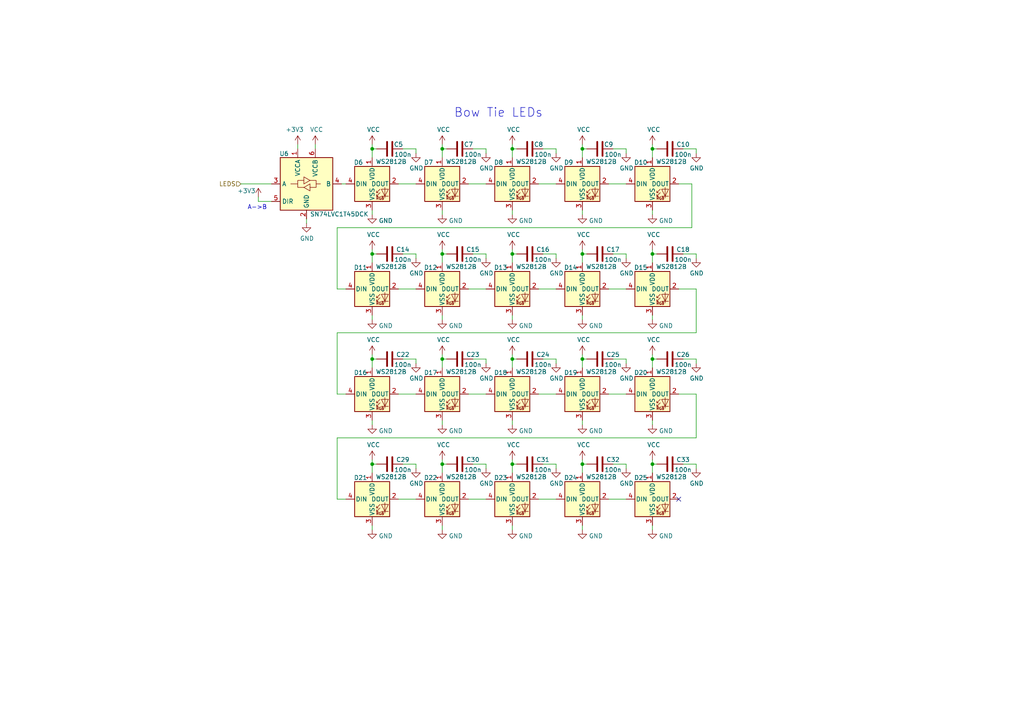
<source format=kicad_sch>
(kicad_sch (version 20210126) (generator eeschema)
  (paper "A4")
  (title_block (title "Blinky Bowtie") (date "2021-02-22") (rev "0.1") (company "Josh Johnson"))
  (lib_symbols
    (symbol "Device:C" (pin_numbers hide) (pin_names (offset 0.254))
      (property "Reference" "C" (at 0.635 2.54 0))
      (property "Value" "C" (at 0.635 -2.54 0))
      (symbol "C_0_1"
        (polyline (pts (xy -2.032 -0.762) (xy 2.032 -0.762)) (stroke (width 0.508)))
        (polyline (pts (xy -2.032 0.762) (xy 2.032 0.762)) (stroke (width 0.508)))
      )
      (symbol "C_1_1"
        (pin passive line (at 0 3.81 270) (length 2.794) (name "~") (number "1"))
        (pin passive line (at 0 -3.81 90) (length 2.794) (name "~") (number "2"))
      )
    )
    (symbol "LED:WS2812B" (pin_names (offset 0.254))
      (property "Reference" "D" (at 5.08 5.715 0))
      (property "Value" "WS2812B" (at 1.27 -5.715 0))
      (symbol "WS2812B_0_0"
        (text "RGB" (at 2.286 -4.191 0) (effects (font (size 0.762 0.762))))
      )
      (symbol "WS2812B_0_1"
        (rectangle (start 5.08 5.08) (end -5.08 -5.08) (stroke (width 0.254)) (fill (type background)))
        (polyline (pts (xy 1.27 -3.556) (xy 1.778 -3.556)))
        (polyline (pts (xy 1.27 -2.54) (xy 1.778 -2.54)))
        (polyline (pts (xy 4.699 -3.556) (xy 2.667 -3.556)))
        (polyline (pts (xy 2.286 -2.54) (xy 1.27 -3.556) (xy 1.27 -3.048)))
        (polyline (pts (xy 2.286 -1.524) (xy 1.27 -2.54) (xy 1.27 -2.032)))
        (polyline (pts (xy 3.683 -1.016) (xy 3.683 -3.556) (xy 3.683 -4.064)))
        (polyline (pts (xy 4.699 -1.524) (xy 2.667 -1.524) (xy 3.683 -3.556) (xy 4.699 -1.524)))
      )
      (symbol "WS2812B_1_1"
        (pin power_in line (at 0 7.62 270) (length 2.54) (name "VDD") (number "1"))
        (pin output line (at 7.62 0 180) (length 2.54) (name "DOUT") (number "2"))
        (pin power_in line (at 0 -7.62 90) (length 2.54) (name "VSS") (number "3"))
        (pin input line (at -7.62 0 0) (length 2.54) (name "DIN") (number "4"))
      )
    )
    (symbol "Logic_LevelTranslator:SN74LVC1T45DCK"
      (property "Reference" "U" (at -6.35 8.89 0))
      (property "Value" "SN74LVC1T45DCK" (at 3.81 8.89 0))
      (symbol "SN74LVC1T45DCK_0_1"
        (rectangle (start -7.62 7.62) (end 7.62 -7.62) (stroke (width 0.254)) (fill (type background)))
        (polyline (pts (xy -2.54 0) (xy -2.54 1.016) (xy -0.762 1.016)))
        (polyline (pts (xy 2.794 0) (xy 2.794 -1.016) (xy 1.016 -1.016)))
        (polyline (pts (xy -0.762 -1.016) (xy -2.54 -1.016) (xy -2.54 0) (xy -4.572 0)))
        (polyline (pts (xy -0.762 0) (xy -0.762 2.032) (xy 1.016 1.016) (xy -0.762 0)))
        (polyline (pts (xy 1.016 1.016) (xy 2.794 1.016) (xy 2.794 0) (xy 4.064 0)))
        (polyline (pts (xy 1.016 0) (xy 1.016 -1.778) (xy 1.016 -2.032) (xy -0.762 -1.016) (xy 1.016 0)))
      )
      (symbol "SN74LVC1T45DCK_1_1"
        (pin power_in line (at -2.54 10.16 270) (length 2.54) (name "VCCA") (number "1"))
        (pin power_in line (at 0 -10.16 90) (length 2.54) (name "GND") (number "2"))
        (pin bidirectional line (at -10.16 0 0) (length 2.54) (name "A") (number "3"))
        (pin bidirectional line (at 10.16 0 180) (length 2.54) (name "B") (number "4"))
        (pin input line (at -10.16 -5.08 0) (length 2.54) (name "DIR") (number "5"))
        (pin power_in line (at 2.54 10.16 270) (length 2.54) (name "VCCB") (number "6"))
      )
    )
    (symbol "power:+3V3" (power) (pin_names (offset 0))
      (property "Value" "+3V3" (at 0 3.556 0))
      (symbol "+3V3_0_1"
        (polyline (pts (xy -0.762 1.27) (xy 0 2.54)))
        (polyline (pts (xy 0 0) (xy 0 2.54)))
        (polyline (pts (xy 0 2.54) (xy 0.762 1.27)))
      )
      (symbol "+3V3_1_1"
        (pin power_in line (at 0 0 90) (length 0) hide (name "+3V3") (number "1"))
      )
    )
    (symbol "power:GND" (power) (pin_names (offset 0))
      (property "Value" "GND" (at 0 -3.81 0))
      (symbol "GND_0_1"
        (polyline (pts (xy 0 0) (xy 0 -1.27) (xy 1.27 -1.27) (xy 0 -2.54) (xy -1.27 -1.27) (xy 0 -1.27)))
      )
      (symbol "GND_1_1"
        (pin power_in line (at 0 0 270) (length 0) hide (name "GND") (number "1"))
      )
    )
    (symbol "power:VCC" (power) (pin_names (offset 0))
      (property "Value" "VCC" (at 0 3.81 0))
      (symbol "VCC_0_1"
        (polyline (pts (xy -0.762 1.27) (xy 0 2.54)))
        (polyline (pts (xy 0 0) (xy 0 2.54)))
        (polyline (pts (xy 0 2.54) (xy 0.762 1.27)))
      )
      (symbol "VCC_1_1"
        (pin power_in line (at 0 0 90) (length 0) hide (name "VCC") (number "1"))
      )
    )
  )
  (junction (at 107.95 43.18) (diameter 0.9144))
  (junction (at 107.95 73.66) (diameter 0.9144))
  (junction (at 107.95 104.14) (diameter 0.9144))
  (junction (at 107.95 134.62) (diameter 0.9144))
  (junction (at 128.27 43.18) (diameter 0.9144))
  (junction (at 128.27 73.66) (diameter 0.9144))
  (junction (at 128.27 104.14) (diameter 0.9144))
  (junction (at 128.27 134.62) (diameter 0.9144))
  (junction (at 148.59 43.18) (diameter 0.9144))
  (junction (at 148.59 73.66) (diameter 0.9144))
  (junction (at 148.59 104.14) (diameter 0.9144))
  (junction (at 148.59 134.62) (diameter 0.9144))
  (junction (at 168.91 43.18) (diameter 0.9144))
  (junction (at 168.91 73.66) (diameter 0.9144))
  (junction (at 168.91 104.14) (diameter 0.9144))
  (junction (at 168.91 134.62) (diameter 0.9144))
  (junction (at 189.23 43.18) (diameter 0.9144))
  (junction (at 189.23 73.66) (diameter 0.9144))
  (junction (at 189.23 104.14) (diameter 0.9144))
  (junction (at 189.23 134.62) (diameter 0.9144))
  (no_connect (at 196.85 144.78))
  (wire (pts (xy 69.85 53.34) (xy 78.74 53.34)))
  (wire (pts (xy 74.93 58.42) (xy 74.93 57.15)))
  (wire (pts (xy 74.93 58.42) (xy 78.74 58.42)))
  (wire (pts (xy 86.36 41.91) (xy 86.36 43.18)))
  (wire (pts (xy 88.9 63.5) (xy 88.9 64.77)))
  (wire (pts (xy 91.44 41.91) (xy 91.44 43.18)))
  (wire (pts (xy 97.79 66.04) (xy 97.79 83.82)))
  (wire (pts (xy 97.79 83.82) (xy 100.33 83.82)))
  (wire (pts (xy 97.79 96.52) (xy 97.79 114.3)))
  (wire (pts (xy 97.79 96.52) (xy 201.93 96.52)))
  (wire (pts (xy 97.79 114.3) (xy 100.33 114.3)))
  (wire (pts (xy 97.79 127) (xy 97.79 144.78)))
  (wire (pts (xy 97.79 127) (xy 201.93 127)))
  (wire (pts (xy 97.79 144.78) (xy 100.33 144.78)))
  (wire (pts (xy 99.06 53.34) (xy 100.33 53.34)))
  (wire (pts (xy 107.95 41.91) (xy 107.95 43.18)))
  (wire (pts (xy 107.95 43.18) (xy 107.95 45.72)))
  (wire (pts (xy 107.95 60.96) (xy 107.95 62.23)))
  (wire (pts (xy 107.95 72.39) (xy 107.95 73.66)))
  (wire (pts (xy 107.95 73.66) (xy 107.95 76.2)))
  (wire (pts (xy 107.95 91.44) (xy 107.95 92.71)))
  (wire (pts (xy 107.95 102.87) (xy 107.95 104.14)))
  (wire (pts (xy 107.95 104.14) (xy 107.95 106.68)))
  (wire (pts (xy 107.95 121.92) (xy 107.95 123.19)))
  (wire (pts (xy 107.95 133.35) (xy 107.95 134.62)))
  (wire (pts (xy 107.95 134.62) (xy 107.95 137.16)))
  (wire (pts (xy 107.95 152.4) (xy 107.95 153.67)))
  (wire (pts (xy 109.22 43.18) (xy 107.95 43.18)))
  (wire (pts (xy 109.22 73.66) (xy 107.95 73.66)))
  (wire (pts (xy 109.22 104.14) (xy 107.95 104.14)))
  (wire (pts (xy 109.22 134.62) (xy 107.95 134.62)))
  (wire (pts (xy 115.57 53.34) (xy 120.65 53.34)))
  (wire (pts (xy 115.57 83.82) (xy 120.65 83.82)))
  (wire (pts (xy 115.57 114.3) (xy 120.65 114.3)))
  (wire (pts (xy 115.57 144.78) (xy 120.65 144.78)))
  (wire (pts (xy 120.65 43.18) (xy 116.84 43.18)))
  (wire (pts (xy 120.65 44.45) (xy 120.65 43.18)))
  (wire (pts (xy 120.65 73.66) (xy 116.84 73.66)))
  (wire (pts (xy 120.65 74.93) (xy 120.65 73.66)))
  (wire (pts (xy 120.65 104.14) (xy 116.84 104.14)))
  (wire (pts (xy 120.65 105.41) (xy 120.65 104.14)))
  (wire (pts (xy 120.65 134.62) (xy 116.84 134.62)))
  (wire (pts (xy 120.65 135.89) (xy 120.65 134.62)))
  (wire (pts (xy 128.27 41.91) (xy 128.27 43.18)))
  (wire (pts (xy 128.27 43.18) (xy 128.27 45.72)))
  (wire (pts (xy 128.27 60.96) (xy 128.27 62.23)))
  (wire (pts (xy 128.27 72.39) (xy 128.27 73.66)))
  (wire (pts (xy 128.27 73.66) (xy 128.27 76.2)))
  (wire (pts (xy 128.27 91.44) (xy 128.27 92.71)))
  (wire (pts (xy 128.27 102.87) (xy 128.27 104.14)))
  (wire (pts (xy 128.27 104.14) (xy 128.27 106.68)))
  (wire (pts (xy 128.27 121.92) (xy 128.27 123.19)))
  (wire (pts (xy 128.27 133.35) (xy 128.27 134.62)))
  (wire (pts (xy 128.27 134.62) (xy 128.27 137.16)))
  (wire (pts (xy 128.27 152.4) (xy 128.27 153.67)))
  (wire (pts (xy 129.54 43.18) (xy 128.27 43.18)))
  (wire (pts (xy 129.54 73.66) (xy 128.27 73.66)))
  (wire (pts (xy 129.54 104.14) (xy 128.27 104.14)))
  (wire (pts (xy 129.54 134.62) (xy 128.27 134.62)))
  (wire (pts (xy 135.89 53.34) (xy 140.97 53.34)))
  (wire (pts (xy 135.89 83.82) (xy 140.97 83.82)))
  (wire (pts (xy 135.89 114.3) (xy 140.97 114.3)))
  (wire (pts (xy 135.89 144.78) (xy 140.97 144.78)))
  (wire (pts (xy 140.97 43.18) (xy 137.16 43.18)))
  (wire (pts (xy 140.97 44.45) (xy 140.97 43.18)))
  (wire (pts (xy 140.97 73.66) (xy 137.16 73.66)))
  (wire (pts (xy 140.97 74.93) (xy 140.97 73.66)))
  (wire (pts (xy 140.97 104.14) (xy 137.16 104.14)))
  (wire (pts (xy 140.97 105.41) (xy 140.97 104.14)))
  (wire (pts (xy 140.97 134.62) (xy 137.16 134.62)))
  (wire (pts (xy 140.97 135.89) (xy 140.97 134.62)))
  (wire (pts (xy 148.59 41.91) (xy 148.59 43.18)))
  (wire (pts (xy 148.59 43.18) (xy 148.59 45.72)))
  (wire (pts (xy 148.59 60.96) (xy 148.59 62.23)))
  (wire (pts (xy 148.59 72.39) (xy 148.59 73.66)))
  (wire (pts (xy 148.59 73.66) (xy 148.59 76.2)))
  (wire (pts (xy 148.59 91.44) (xy 148.59 92.71)))
  (wire (pts (xy 148.59 102.87) (xy 148.59 104.14)))
  (wire (pts (xy 148.59 104.14) (xy 148.59 106.68)))
  (wire (pts (xy 148.59 121.92) (xy 148.59 123.19)))
  (wire (pts (xy 148.59 133.35) (xy 148.59 134.62)))
  (wire (pts (xy 148.59 134.62) (xy 148.59 137.16)))
  (wire (pts (xy 148.59 152.4) (xy 148.59 153.67)))
  (wire (pts (xy 149.86 43.18) (xy 148.59 43.18)))
  (wire (pts (xy 149.86 73.66) (xy 148.59 73.66)))
  (wire (pts (xy 149.86 104.14) (xy 148.59 104.14)))
  (wire (pts (xy 149.86 134.62) (xy 148.59 134.62)))
  (wire (pts (xy 156.21 53.34) (xy 161.29 53.34)))
  (wire (pts (xy 156.21 83.82) (xy 161.29 83.82)))
  (wire (pts (xy 156.21 114.3) (xy 161.29 114.3)))
  (wire (pts (xy 156.21 144.78) (xy 161.29 144.78)))
  (wire (pts (xy 161.29 43.18) (xy 157.48 43.18)))
  (wire (pts (xy 161.29 44.45) (xy 161.29 43.18)))
  (wire (pts (xy 161.29 73.66) (xy 157.48 73.66)))
  (wire (pts (xy 161.29 74.93) (xy 161.29 73.66)))
  (wire (pts (xy 161.29 104.14) (xy 157.48 104.14)))
  (wire (pts (xy 161.29 105.41) (xy 161.29 104.14)))
  (wire (pts (xy 161.29 134.62) (xy 157.48 134.62)))
  (wire (pts (xy 161.29 135.89) (xy 161.29 134.62)))
  (wire (pts (xy 168.91 41.91) (xy 168.91 43.18)))
  (wire (pts (xy 168.91 43.18) (xy 168.91 45.72)))
  (wire (pts (xy 168.91 60.96) (xy 168.91 62.23)))
  (wire (pts (xy 168.91 72.39) (xy 168.91 73.66)))
  (wire (pts (xy 168.91 73.66) (xy 168.91 76.2)))
  (wire (pts (xy 168.91 91.44) (xy 168.91 92.71)))
  (wire (pts (xy 168.91 102.87) (xy 168.91 104.14)))
  (wire (pts (xy 168.91 104.14) (xy 168.91 106.68)))
  (wire (pts (xy 168.91 121.92) (xy 168.91 123.19)))
  (wire (pts (xy 168.91 133.35) (xy 168.91 134.62)))
  (wire (pts (xy 168.91 134.62) (xy 168.91 137.16)))
  (wire (pts (xy 168.91 152.4) (xy 168.91 153.67)))
  (wire (pts (xy 170.18 43.18) (xy 168.91 43.18)))
  (wire (pts (xy 170.18 73.66) (xy 168.91 73.66)))
  (wire (pts (xy 170.18 104.14) (xy 168.91 104.14)))
  (wire (pts (xy 170.18 134.62) (xy 168.91 134.62)))
  (wire (pts (xy 176.53 53.34) (xy 181.61 53.34)))
  (wire (pts (xy 176.53 83.82) (xy 181.61 83.82)))
  (wire (pts (xy 176.53 114.3) (xy 181.61 114.3)))
  (wire (pts (xy 176.53 144.78) (xy 181.61 144.78)))
  (wire (pts (xy 181.61 43.18) (xy 177.8 43.18)))
  (wire (pts (xy 181.61 44.45) (xy 181.61 43.18)))
  (wire (pts (xy 181.61 73.66) (xy 177.8 73.66)))
  (wire (pts (xy 181.61 74.93) (xy 181.61 73.66)))
  (wire (pts (xy 181.61 104.14) (xy 177.8 104.14)))
  (wire (pts (xy 181.61 105.41) (xy 181.61 104.14)))
  (wire (pts (xy 181.61 134.62) (xy 177.8 134.62)))
  (wire (pts (xy 181.61 135.89) (xy 181.61 134.62)))
  (wire (pts (xy 189.23 41.91) (xy 189.23 43.18)))
  (wire (pts (xy 189.23 43.18) (xy 189.23 45.72)))
  (wire (pts (xy 189.23 60.96) (xy 189.23 62.23)))
  (wire (pts (xy 189.23 72.39) (xy 189.23 73.66)))
  (wire (pts (xy 189.23 73.66) (xy 189.23 76.2)))
  (wire (pts (xy 189.23 91.44) (xy 189.23 92.71)))
  (wire (pts (xy 189.23 102.87) (xy 189.23 104.14)))
  (wire (pts (xy 189.23 104.14) (xy 189.23 106.68)))
  (wire (pts (xy 189.23 121.92) (xy 189.23 123.19)))
  (wire (pts (xy 189.23 133.35) (xy 189.23 134.62)))
  (wire (pts (xy 189.23 134.62) (xy 189.23 137.16)))
  (wire (pts (xy 189.23 152.4) (xy 189.23 153.67)))
  (wire (pts (xy 190.5 43.18) (xy 189.23 43.18)))
  (wire (pts (xy 190.5 73.66) (xy 189.23 73.66)))
  (wire (pts (xy 190.5 104.14) (xy 189.23 104.14)))
  (wire (pts (xy 190.5 134.62) (xy 189.23 134.62)))
  (wire (pts (xy 196.85 53.34) (xy 200.66 53.34)))
  (wire (pts (xy 196.85 83.82) (xy 201.93 83.82)))
  (wire (pts (xy 196.85 114.3) (xy 201.93 114.3)))
  (wire (pts (xy 200.66 53.34) (xy 200.66 66.04)))
  (wire (pts (xy 200.66 66.04) (xy 97.79 66.04)))
  (wire (pts (xy 201.93 43.18) (xy 198.12 43.18)))
  (wire (pts (xy 201.93 44.45) (xy 201.93 43.18)))
  (wire (pts (xy 201.93 73.66) (xy 198.12 73.66)))
  (wire (pts (xy 201.93 74.93) (xy 201.93 73.66)))
  (wire (pts (xy 201.93 96.52) (xy 201.93 83.82)))
  (wire (pts (xy 201.93 104.14) (xy 198.12 104.14)))
  (wire (pts (xy 201.93 105.41) (xy 201.93 104.14)))
  (wire (pts (xy 201.93 114.3) (xy 201.93 127)))
  (wire (pts (xy 201.93 134.62) (xy 198.12 134.62)))
  (wire (pts (xy 201.93 135.89) (xy 201.93 134.62)))
  (text "A->B" (at 77.47 60.96 180) (effects (font (size 1.27 1.27)) (justify right bottom)))
  (text "Bow Tie LEDs" (at 157.48 34.29 180) (effects (font (size 2.54 2.54)) (justify right bottom)))
  (hierarchical_label "LEDS" (shape input) (at 69.85 53.34 180))
  (symbol (lib_id "power:+3V3") (at 74.93 57.15 0) (unit 1)
    (property "Reference" "#PWR0197" (effects hide))
    (property "Value" "+3V3" (at 71.4883 55.3656 0))
  )
  (symbol (lib_id "power:+3V3") (at 86.36 41.91 0) (unit 1)
    (property "Reference" "#PWR0159" (effects hide))
    (property "Value" "+3V3" (at 85.4583 37.5856 0))
  )
  (symbol (lib_id "power:VCC") (at 91.44 41.91 0) (unit 1)
    (property "Reference" "#PWR0158" (effects hide))
    (property "Value" "VCC" (at 91.8083 37.5856 0))
  )
  (symbol (lib_id "power:VCC") (at 107.95 41.91 0) (unit 1)
    (property "Reference" "#PWR0160" (effects hide))
    (property "Value" "VCC" (at 108.3183 37.5856 0))
  )
  (symbol (lib_id "power:VCC") (at 107.95 72.39 0) (unit 1)
    (property "Reference" "#PWR0161" (effects hide))
    (property "Value" "VCC" (at 108.3183 68.0656 0))
  )
  (symbol (lib_id "power:VCC") (at 107.95 102.87 0) (unit 1)
    (property "Reference" "#PWR0124" (effects hide))
    (property "Value" "VCC" (at 108.3183 98.5456 0))
  )
  (symbol (lib_id "power:VCC") (at 107.95 133.35 0) (unit 1)
    (property "Reference" "#PWR0131" (effects hide))
    (property "Value" "VCC" (at 108.3183 129.0256 0))
  )
  (symbol (lib_id "power:VCC") (at 128.27 41.91 0) (unit 1)
    (property "Reference" "#PWR0172" (effects hide))
    (property "Value" "VCC" (at 128.6383 37.5856 0))
  )
  (symbol (lib_id "power:VCC") (at 128.27 72.39 0) (unit 1)
    (property "Reference" "#PWR0141" (effects hide))
    (property "Value" "VCC" (at 128.6383 68.0656 0))
  )
  (symbol (lib_id "power:VCC") (at 128.27 102.87 0) (unit 1)
    (property "Reference" "#PWR0125" (effects hide))
    (property "Value" "VCC" (at 128.6383 98.5456 0))
  )
  (symbol (lib_id "power:VCC") (at 128.27 133.35 0) (unit 1)
    (property "Reference" "#PWR0122" (effects hide))
    (property "Value" "VCC" (at 128.6383 129.0256 0))
  )
  (symbol (lib_id "power:VCC") (at 148.59 41.91 0) (unit 1)
    (property "Reference" "#PWR0174" (effects hide))
    (property "Value" "VCC" (at 148.9583 37.5856 0))
  )
  (symbol (lib_id "power:VCC") (at 148.59 72.39 0) (unit 1)
    (property "Reference" "#PWR0143" (effects hide))
    (property "Value" "VCC" (at 148.9583 68.0656 0))
  )
  (symbol (lib_id "power:VCC") (at 148.59 102.87 0) (unit 1)
    (property "Reference" "#PWR0126" (effects hide))
    (property "Value" "VCC" (at 148.9583 98.5456 0))
  )
  (symbol (lib_id "power:VCC") (at 148.59 133.35 0) (unit 1)
    (property "Reference" "#PWR0118" (effects hide))
    (property "Value" "VCC" (at 148.9583 129.0256 0))
  )
  (symbol (lib_id "power:VCC") (at 168.91 41.91 0) (unit 1)
    (property "Reference" "#PWR0194" (effects hide))
    (property "Value" "VCC" (at 169.2783 37.5856 0))
  )
  (symbol (lib_id "power:VCC") (at 168.91 72.39 0) (unit 1)
    (property "Reference" "#PWR0171" (effects hide))
    (property "Value" "VCC" (at 169.2783 68.0656 0))
  )
  (symbol (lib_id "power:VCC") (at 168.91 102.87 0) (unit 1)
    (property "Reference" "#PWR0152" (effects hide))
    (property "Value" "VCC" (at 169.2783 98.5456 0))
  )
  (symbol (lib_id "power:VCC") (at 168.91 133.35 0) (unit 1)
    (property "Reference" "#PWR0114" (effects hide))
    (property "Value" "VCC" (at 169.2783 129.0256 0))
  )
  (symbol (lib_id "power:VCC") (at 189.23 41.91 0) (unit 1)
    (property "Reference" "#PWR0175" (effects hide))
    (property "Value" "VCC" (at 189.5983 37.5856 0))
  )
  (symbol (lib_id "power:VCC") (at 189.23 72.39 0) (unit 1)
    (property "Reference" "#PWR0165" (effects hide))
    (property "Value" "VCC" (at 189.5983 68.0656 0))
  )
  (symbol (lib_id "power:VCC") (at 189.23 102.87 0) (unit 1)
    (property "Reference" "#PWR0153" (effects hide))
    (property "Value" "VCC" (at 189.5983 98.5456 0))
  )
  (symbol (lib_id "power:VCC") (at 189.23 133.35 0) (unit 1)
    (property "Reference" "#PWR0134" (effects hide))
    (property "Value" "VCC" (at 189.5983 129.0256 0))
  )
  (symbol (lib_id "power:GND") (at 88.9 64.77 0) (unit 1)
    (property "Reference" "#PWR0157" (effects hide))
    (property "Value" "GND" (at 89.027 69.1642 0))
  )
  (symbol (lib_id "power:GND") (at 107.95 62.23 0) (unit 1)
    (property "Reference" "#PWR0162" (effects hide))
    (property "Value" "GND" (at 111.8743 64.0144 0))
  )
  (symbol (lib_id "power:GND") (at 107.95 92.71 0) (unit 1)
    (property "Reference" "#PWR0138" (effects hide))
    (property "Value" "GND" (at 111.8743 94.4944 0))
  )
  (symbol (lib_id "power:GND") (at 107.95 123.19 0) (unit 1)
    (property "Reference" "#PWR0130" (effects hide))
    (property "Value" "GND" (at 111.8743 124.9744 0))
  )
  (symbol (lib_id "power:GND") (at 107.95 153.67 0) (unit 1)
    (property "Reference" "#PWR0127" (effects hide))
    (property "Value" "GND" (at 111.8743 155.4544 0))
  )
  (symbol (lib_id "power:GND") (at 120.65 44.45 0) (unit 1)
    (property "Reference" "#PWR0163" (effects hide))
    (property "Value" "GND" (at 120.7643 48.7744 0))
  )
  (symbol (lib_id "power:GND") (at 120.65 74.93 0) (unit 1)
    (property "Reference" "#PWR0156" (effects hide))
    (property "Value" "GND" (at 120.7643 79.2544 0))
  )
  (symbol (lib_id "power:GND") (at 120.65 105.41 0) (unit 1)
    (property "Reference" "#PWR0107" (effects hide))
    (property "Value" "GND" (at 120.7643 109.7344 0))
  )
  (symbol (lib_id "power:GND") (at 120.65 135.89 0) (unit 1)
    (property "Reference" "#PWR0121" (effects hide))
    (property "Value" "GND" (at 120.7643 140.2144 0))
  )
  (symbol (lib_id "power:GND") (at 128.27 62.23 0) (unit 1)
    (property "Reference" "#PWR0151" (effects hide))
    (property "Value" "GND" (at 132.1943 64.0144 0))
  )
  (symbol (lib_id "power:GND") (at 128.27 92.71 0) (unit 1)
    (property "Reference" "#PWR0139" (effects hide))
    (property "Value" "GND" (at 132.1943 94.4944 0))
  )
  (symbol (lib_id "power:GND") (at 128.27 123.19 0) (unit 1)
    (property "Reference" "#PWR0123" (effects hide))
    (property "Value" "GND" (at 132.1943 124.9744 0))
  )
  (symbol (lib_id "power:GND") (at 128.27 153.67 0) (unit 1)
    (property "Reference" "#PWR0128" (effects hide))
    (property "Value" "GND" (at 132.1943 155.4544 0))
  )
  (symbol (lib_id "power:GND") (at 140.97 44.45 0) (unit 1)
    (property "Reference" "#PWR0173" (effects hide))
    (property "Value" "GND" (at 141.0843 48.7744 0))
  )
  (symbol (lib_id "power:GND") (at 140.97 74.93 0) (unit 1)
    (property "Reference" "#PWR0142" (effects hide))
    (property "Value" "GND" (at 141.0843 79.2544 0))
  )
  (symbol (lib_id "power:GND") (at 140.97 105.41 0) (unit 1)
    (property "Reference" "#PWR0108" (effects hide))
    (property "Value" "GND" (at 141.0843 109.7344 0))
  )
  (symbol (lib_id "power:GND") (at 140.97 135.89 0) (unit 1)
    (property "Reference" "#PWR0112" (effects hide))
    (property "Value" "GND" (at 141.0843 140.2144 0))
  )
  (symbol (lib_id "power:GND") (at 148.59 62.23 0) (unit 1)
    (property "Reference" "#PWR0150" (effects hide))
    (property "Value" "GND" (at 152.5143 64.0144 0))
  )
  (symbol (lib_id "power:GND") (at 148.59 92.71 0) (unit 1)
    (property "Reference" "#PWR0140" (effects hide))
    (property "Value" "GND" (at 152.5143 94.4944 0))
  )
  (symbol (lib_id "power:GND") (at 148.59 123.19 0) (unit 1)
    (property "Reference" "#PWR0119" (effects hide))
    (property "Value" "GND" (at 152.5143 124.9744 0))
  )
  (symbol (lib_id "power:GND") (at 148.59 153.67 0) (unit 1)
    (property "Reference" "#PWR0129" (effects hide))
    (property "Value" "GND" (at 152.5143 155.4544 0))
  )
  (symbol (lib_id "power:GND") (at 161.29 44.45 0) (unit 1)
    (property "Reference" "#PWR0196" (effects hide))
    (property "Value" "GND" (at 161.4043 48.7744 0))
  )
  (symbol (lib_id "power:GND") (at 161.29 74.93 0) (unit 1)
    (property "Reference" "#PWR0166" (effects hide))
    (property "Value" "GND" (at 161.4043 79.2544 0))
  )
  (symbol (lib_id "power:GND") (at 161.29 105.41 0) (unit 1)
    (property "Reference" "#PWR0113" (effects hide))
    (property "Value" "GND" (at 161.4043 109.7344 0))
  )
  (symbol (lib_id "power:GND") (at 161.29 135.89 0) (unit 1)
    (property "Reference" "#PWR0115" (effects hide))
    (property "Value" "GND" (at 161.4043 140.2144 0))
  )
  (symbol (lib_id "power:GND") (at 168.91 62.23 0) (unit 1)
    (property "Reference" "#PWR0170" (effects hide))
    (property "Value" "GND" (at 172.8343 64.0144 0))
  )
  (symbol (lib_id "power:GND") (at 168.91 92.71 0) (unit 1)
    (property "Reference" "#PWR0169" (effects hide))
    (property "Value" "GND" (at 172.8343 94.4944 0))
  )
  (symbol (lib_id "power:GND") (at 168.91 123.19 0) (unit 1)
    (property "Reference" "#PWR0116" (effects hide))
    (property "Value" "GND" (at 172.8343 124.9744 0))
  )
  (symbol (lib_id "power:GND") (at 168.91 153.67 0) (unit 1)
    (property "Reference" "#PWR0133" (effects hide))
    (property "Value" "GND" (at 172.8343 155.4544 0))
  )
  (symbol (lib_id "power:GND") (at 181.61 44.45 0) (unit 1)
    (property "Reference" "#PWR0195" (effects hide))
    (property "Value" "GND" (at 181.7243 48.7744 0))
  )
  (symbol (lib_id "power:GND") (at 181.61 74.93 0) (unit 1)
    (property "Reference" "#PWR0167" (effects hide))
    (property "Value" "GND" (at 181.7243 79.2544 0))
  )
  (symbol (lib_id "power:GND") (at 181.61 105.41 0) (unit 1)
    (property "Reference" "#PWR0117" (effects hide))
    (property "Value" "GND" (at 181.7243 109.7344 0))
  )
  (symbol (lib_id "power:GND") (at 181.61 135.89 0) (unit 1)
    (property "Reference" "#PWR0120" (effects hide))
    (property "Value" "GND" (at 181.7243 140.2144 0))
  )
  (symbol (lib_id "power:GND") (at 189.23 62.23 0) (unit 1)
    (property "Reference" "#PWR0164" (effects hide))
    (property "Value" "GND" (at 193.1543 64.0144 0))
  )
  (symbol (lib_id "power:GND") (at 189.23 92.71 0) (unit 1)
    (property "Reference" "#PWR0168" (effects hide))
    (property "Value" "GND" (at 193.1543 94.4944 0))
  )
  (symbol (lib_id "power:GND") (at 189.23 123.19 0) (unit 1)
    (property "Reference" "#PWR0135" (effects hide))
    (property "Value" "GND" (at 193.1543 124.9744 0))
  )
  (symbol (lib_id "power:GND") (at 189.23 153.67 0) (unit 1)
    (property "Reference" "#PWR0132" (effects hide))
    (property "Value" "GND" (at 193.1543 155.4544 0))
  )
  (symbol (lib_id "power:GND") (at 201.93 44.45 0) (unit 1)
    (property "Reference" "#PWR0154" (effects hide))
    (property "Value" "GND" (at 202.0443 48.7744 0))
  )
  (symbol (lib_id "power:GND") (at 201.93 74.93 0) (unit 1)
    (property "Reference" "#PWR0155" (effects hide))
    (property "Value" "GND" (at 202.0443 79.2544 0))
  )
  (symbol (lib_id "power:GND") (at 201.93 105.41 0) (unit 1)
    (property "Reference" "#PWR0136" (effects hide))
    (property "Value" "GND" (at 202.0443 109.7344 0))
  )
  (symbol (lib_id "power:GND") (at 201.93 135.89 0) (unit 1)
    (property "Reference" "#PWR0137" (effects hide))
    (property "Value" "GND" (at 202.0443 140.2144 0))
  )
  (symbol (lib_id "Device:C") (at 113.03 43.18 90) (unit 1)
    (property "Reference" "C5" (at 115.57 41.8908 90))
    (property "Value" "100n" (at 116.84 44.825 90))
    (property "Footprint" "Capacitor_SMD:C_0603_1608Metric" (effects hide))
  )
  (symbol (lib_id "Device:C") (at 113.03 73.66 90) (unit 1)
    (property "Reference" "C14" (at 116.84 72.3708 90))
    (property "Value" "100n" (at 116.84 75.305 90))
    (property "Footprint" "Capacitor_SMD:C_0603_1608Metric" (effects hide))
  )
  (symbol (lib_id "Device:C") (at 113.03 104.14 90) (unit 1)
    (property "Reference" "C22" (at 116.84 102.8508 90))
    (property "Value" "100n" (at 116.84 105.785 90))
    (property "Footprint" "Capacitor_SMD:C_0603_1608Metric" (effects hide))
  )
  (symbol (lib_id "Device:C") (at 113.03 134.62 90) (unit 1)
    (property "Reference" "C29" (at 116.84 133.3308 90))
    (property "Value" "100n" (at 116.84 136.265 90))
    (property "Footprint" "Capacitor_SMD:C_0603_1608Metric" (effects hide))
  )
  (symbol (lib_id "Device:C") (at 133.35 43.18 90) (unit 1)
    (property "Reference" "C7" (at 135.89 41.8908 90))
    (property "Value" "100n" (at 137.16 44.825 90))
    (property "Footprint" "Capacitor_SMD:C_0603_1608Metric" (effects hide))
  )
  (symbol (lib_id "Device:C") (at 133.35 73.66 90) (unit 1)
    (property "Reference" "C15" (at 137.16 72.3708 90))
    (property "Value" "100n" (at 137.16 75.305 90))
    (property "Footprint" "Capacitor_SMD:C_0603_1608Metric" (effects hide))
  )
  (symbol (lib_id "Device:C") (at 133.35 104.14 90) (unit 1)
    (property "Reference" "C23" (at 137.16 102.8508 90))
    (property "Value" "100n" (at 137.16 105.785 90))
    (property "Footprint" "Capacitor_SMD:C_0603_1608Metric" (effects hide))
  )
  (symbol (lib_id "Device:C") (at 133.35 134.62 90) (unit 1)
    (property "Reference" "C30" (at 137.16 133.3308 90))
    (property "Value" "100n" (at 137.16 136.265 90))
    (property "Footprint" "Capacitor_SMD:C_0603_1608Metric" (effects hide))
  )
  (symbol (lib_id "Device:C") (at 153.67 43.18 90) (unit 1)
    (property "Reference" "C8" (at 156.21 41.8908 90))
    (property "Value" "100n" (at 157.48 44.825 90))
    (property "Footprint" "Capacitor_SMD:C_0603_1608Metric" (effects hide))
  )
  (symbol (lib_id "Device:C") (at 153.67 73.66 90) (unit 1)
    (property "Reference" "C16" (at 157.48 72.3708 90))
    (property "Value" "100n" (at 157.48 75.305 90))
    (property "Footprint" "Capacitor_SMD:C_0603_1608Metric" (effects hide))
  )
  (symbol (lib_id "Device:C") (at 153.67 104.14 90) (unit 1)
    (property "Reference" "C24" (at 157.48 102.8508 90))
    (property "Value" "100n" (at 157.48 105.785 90))
    (property "Footprint" "Capacitor_SMD:C_0603_1608Metric" (effects hide))
  )
  (symbol (lib_id "Device:C") (at 153.67 134.62 90) (unit 1)
    (property "Reference" "C31" (at 157.48 133.3308 90))
    (property "Value" "100n" (at 157.48 136.265 90))
    (property "Footprint" "Capacitor_SMD:C_0603_1608Metric" (effects hide))
  )
  (symbol (lib_id "Device:C") (at 173.99 43.18 90) (unit 1)
    (property "Reference" "C9" (at 176.53 41.8908 90))
    (property "Value" "100n" (at 177.8 44.825 90))
    (property "Footprint" "Capacitor_SMD:C_0603_1608Metric" (effects hide))
  )
  (symbol (lib_id "Device:C") (at 173.99 73.66 90) (unit 1)
    (property "Reference" "C17" (at 177.8 72.3708 90))
    (property "Value" "100n" (at 177.8 75.305 90))
    (property "Footprint" "Capacitor_SMD:C_0603_1608Metric" (effects hide))
  )
  (symbol (lib_id "Device:C") (at 173.99 104.14 90) (unit 1)
    (property "Reference" "C25" (at 177.8 102.8508 90))
    (property "Value" "100n" (at 177.8 105.785 90))
    (property "Footprint" "Capacitor_SMD:C_0603_1608Metric" (effects hide))
  )
  (symbol (lib_id "Device:C") (at 173.99 134.62 90) (unit 1)
    (property "Reference" "C32" (at 177.8 133.3308 90))
    (property "Value" "100n" (at 177.8 136.265 90))
    (property "Footprint" "Capacitor_SMD:C_0603_1608Metric" (effects hide))
  )
  (symbol (lib_id "Device:C") (at 194.31 43.18 90) (unit 1)
    (property "Reference" "C10" (at 198.12 41.8908 90))
    (property "Value" "100n" (at 198.12 44.825 90))
    (property "Footprint" "Capacitor_SMD:C_0603_1608Metric" (effects hide))
  )
  (symbol (lib_id "Device:C") (at 194.31 73.66 90) (unit 1)
    (property "Reference" "C18" (at 198.12 72.3708 90))
    (property "Value" "100n" (at 198.12 75.305 90))
    (property "Footprint" "Capacitor_SMD:C_0603_1608Metric" (effects hide))
  )
  (symbol (lib_id "Device:C") (at 194.31 104.14 90) (unit 1)
    (property "Reference" "C26" (at 198.12 102.8508 90))
    (property "Value" "100n" (at 198.12 105.785 90))
    (property "Footprint" "Capacitor_SMD:C_0603_1608Metric" (effects hide))
  )
  (symbol (lib_id "Device:C") (at 194.31 134.62 90) (unit 1)
    (property "Reference" "C33" (at 198.12 133.3308 90))
    (property "Value" "100n" (at 198.12 136.265 90))
    (property "Footprint" "Capacitor_SMD:C_0603_1608Metric" (effects hide))
  )
  (symbol (lib_id "LED:WS2812B") (at 107.95 53.34 0) (unit 1)
    (property "Reference" "D6" (at 102.6161 47.1106 0) (effects (justify left)))
    (property "Value" "WS2812B" (at 108.9661 46.8693 0) (effects (justify left)))
    (property "Footprint" "ehd:LED_WS2812B_PLCC4_5.0x5.0mm_P3.2mm" (effects hide))
    (property "Datasheet" "https://cdn-shop.adafruit.com/datasheets/WS2812B.pdf" (effects hide))
  )
  (symbol (lib_id "LED:WS2812B") (at 107.95 83.82 0) (unit 1)
    (property "Reference" "D11" (at 102.6161 77.5906 0) (effects (justify left)))
    (property "Value" "WS2812B" (at 108.9661 77.3493 0) (effects (justify left)))
    (property "Footprint" "ehd:LED_WS2812B_PLCC4_5.0x5.0mm_P3.2mm" (effects hide))
    (property "Datasheet" "https://cdn-shop.adafruit.com/datasheets/WS2812B.pdf" (effects hide))
  )
  (symbol (lib_id "LED:WS2812B") (at 107.95 114.3 0) (unit 1)
    (property "Reference" "D16" (at 102.6161 108.0706 0) (effects (justify left)))
    (property "Value" "WS2812B" (at 108.9661 107.8293 0) (effects (justify left)))
    (property "Footprint" "ehd:LED_WS2812B_PLCC4_5.0x5.0mm_P3.2mm" (effects hide))
    (property "Datasheet" "https://cdn-shop.adafruit.com/datasheets/WS2812B.pdf" (effects hide))
  )
  (symbol (lib_id "LED:WS2812B") (at 107.95 144.78 0) (unit 1)
    (property "Reference" "D21" (at 102.6161 138.5506 0) (effects (justify left)))
    (property "Value" "WS2812B" (at 108.9661 138.3093 0) (effects (justify left)))
    (property "Footprint" "ehd:LED_WS2812B_PLCC4_5.0x5.0mm_P3.2mm" (effects hide))
    (property "Datasheet" "https://cdn-shop.adafruit.com/datasheets/WS2812B.pdf" (effects hide))
  )
  (symbol (lib_id "LED:WS2812B") (at 128.27 53.34 0) (unit 1)
    (property "Reference" "D7" (at 122.9361 47.1106 0) (effects (justify left)))
    (property "Value" "WS2812B" (at 129.2861 46.8693 0) (effects (justify left)))
    (property "Footprint" "ehd:LED_WS2812B_PLCC4_5.0x5.0mm_P3.2mm" (effects hide))
    (property "Datasheet" "https://cdn-shop.adafruit.com/datasheets/WS2812B.pdf" (effects hide))
  )
  (symbol (lib_id "LED:WS2812B") (at 128.27 83.82 0) (unit 1)
    (property "Reference" "D12" (at 122.9361 77.5906 0) (effects (justify left)))
    (property "Value" "WS2812B" (at 129.2861 77.3493 0) (effects (justify left)))
    (property "Footprint" "ehd:LED_WS2812B_PLCC4_5.0x5.0mm_P3.2mm" (effects hide))
    (property "Datasheet" "https://cdn-shop.adafruit.com/datasheets/WS2812B.pdf" (effects hide))
  )
  (symbol (lib_id "LED:WS2812B") (at 128.27 114.3 0) (unit 1)
    (property "Reference" "D17" (at 122.9361 108.0706 0) (effects (justify left)))
    (property "Value" "WS2812B" (at 129.2861 107.8293 0) (effects (justify left)))
    (property "Footprint" "ehd:LED_WS2812B_PLCC4_5.0x5.0mm_P3.2mm" (effects hide))
    (property "Datasheet" "https://cdn-shop.adafruit.com/datasheets/WS2812B.pdf" (effects hide))
  )
  (symbol (lib_id "LED:WS2812B") (at 128.27 144.78 0) (unit 1)
    (property "Reference" "D22" (at 122.9361 138.5506 0) (effects (justify left)))
    (property "Value" "WS2812B" (at 129.2861 138.3093 0) (effects (justify left)))
    (property "Footprint" "ehd:LED_WS2812B_PLCC4_5.0x5.0mm_P3.2mm" (effects hide))
    (property "Datasheet" "https://cdn-shop.adafruit.com/datasheets/WS2812B.pdf" (effects hide))
  )
  (symbol (lib_id "LED:WS2812B") (at 148.59 53.34 0) (unit 1)
    (property "Reference" "D8" (at 143.2561 47.1106 0) (effects (justify left)))
    (property "Value" "WS2812B" (at 149.6061 46.8693 0) (effects (justify left)))
    (property "Footprint" "ehd:LED_WS2812B_PLCC4_5.0x5.0mm_P3.2mm" (effects hide))
    (property "Datasheet" "https://cdn-shop.adafruit.com/datasheets/WS2812B.pdf" (effects hide))
  )
  (symbol (lib_id "LED:WS2812B") (at 148.59 83.82 0) (unit 1)
    (property "Reference" "D13" (at 143.2561 77.5906 0) (effects (justify left)))
    (property "Value" "WS2812B" (at 149.6061 77.3493 0) (effects (justify left)))
    (property "Footprint" "ehd:LED_WS2812B_PLCC4_5.0x5.0mm_P3.2mm" (effects hide))
    (property "Datasheet" "https://cdn-shop.adafruit.com/datasheets/WS2812B.pdf" (effects hide))
  )
  (symbol (lib_id "LED:WS2812B") (at 148.59 114.3 0) (unit 1)
    (property "Reference" "D18" (at 143.2561 108.0706 0) (effects (justify left)))
    (property "Value" "WS2812B" (at 149.6061 107.8293 0) (effects (justify left)))
    (property "Footprint" "ehd:LED_WS2812B_PLCC4_5.0x5.0mm_P3.2mm" (effects hide))
    (property "Datasheet" "https://cdn-shop.adafruit.com/datasheets/WS2812B.pdf" (effects hide))
  )
  (symbol (lib_id "LED:WS2812B") (at 148.59 144.78 0) (unit 1)
    (property "Reference" "D23" (at 143.2561 138.5506 0) (effects (justify left)))
    (property "Value" "WS2812B" (at 149.6061 138.3093 0) (effects (justify left)))
    (property "Footprint" "ehd:LED_WS2812B_PLCC4_5.0x5.0mm_P3.2mm" (effects hide))
    (property "Datasheet" "https://cdn-shop.adafruit.com/datasheets/WS2812B.pdf" (effects hide))
  )
  (symbol (lib_id "LED:WS2812B") (at 168.91 53.34 0) (unit 1)
    (property "Reference" "D9" (at 163.5761 47.1106 0) (effects (justify left)))
    (property "Value" "WS2812B" (at 169.9261 46.8693 0) (effects (justify left)))
    (property "Footprint" "ehd:LED_WS2812B_PLCC4_5.0x5.0mm_P3.2mm" (effects hide))
    (property "Datasheet" "https://cdn-shop.adafruit.com/datasheets/WS2812B.pdf" (effects hide))
  )
  (symbol (lib_id "LED:WS2812B") (at 168.91 83.82 0) (unit 1)
    (property "Reference" "D14" (at 163.5761 77.5906 0) (effects (justify left)))
    (property "Value" "WS2812B" (at 169.9261 77.3493 0) (effects (justify left)))
    (property "Footprint" "ehd:LED_WS2812B_PLCC4_5.0x5.0mm_P3.2mm" (effects hide))
    (property "Datasheet" "https://cdn-shop.adafruit.com/datasheets/WS2812B.pdf" (effects hide))
  )
  (symbol (lib_id "LED:WS2812B") (at 168.91 114.3 0) (unit 1)
    (property "Reference" "D19" (at 163.5761 108.0706 0) (effects (justify left)))
    (property "Value" "WS2812B" (at 169.9261 107.8293 0) (effects (justify left)))
    (property "Footprint" "ehd:LED_WS2812B_PLCC4_5.0x5.0mm_P3.2mm" (effects hide))
    (property "Datasheet" "https://cdn-shop.adafruit.com/datasheets/WS2812B.pdf" (effects hide))
  )
  (symbol (lib_id "LED:WS2812B") (at 168.91 144.78 0) (unit 1)
    (property "Reference" "D24" (at 163.5761 138.5506 0) (effects (justify left)))
    (property "Value" "WS2812B" (at 169.9261 138.3093 0) (effects (justify left)))
    (property "Footprint" "ehd:LED_WS2812B_PLCC4_5.0x5.0mm_P3.2mm" (effects hide))
    (property "Datasheet" "https://cdn-shop.adafruit.com/datasheets/WS2812B.pdf" (effects hide))
  )
  (symbol (lib_id "LED:WS2812B") (at 189.23 53.34 0) (unit 1)
    (property "Reference" "D10" (at 183.8961 47.1106 0) (effects (justify left)))
    (property "Value" "WS2812B" (at 190.2461 46.8693 0) (effects (justify left)))
    (property "Footprint" "ehd:LED_WS2812B_PLCC4_5.0x5.0mm_P3.2mm" (effects hide))
    (property "Datasheet" "https://cdn-shop.adafruit.com/datasheets/WS2812B.pdf" (effects hide))
  )
  (symbol (lib_id "LED:WS2812B") (at 189.23 83.82 0) (unit 1)
    (property "Reference" "D15" (at 183.8961 77.5906 0) (effects (justify left)))
    (property "Value" "WS2812B" (at 190.2461 77.3493 0) (effects (justify left)))
    (property "Footprint" "ehd:LED_WS2812B_PLCC4_5.0x5.0mm_P3.2mm" (effects hide))
    (property "Datasheet" "https://cdn-shop.adafruit.com/datasheets/WS2812B.pdf" (effects hide))
  )
  (symbol (lib_id "LED:WS2812B") (at 189.23 114.3 0) (unit 1)
    (property "Reference" "D20" (at 183.8961 108.0706 0) (effects (justify left)))
    (property "Value" "WS2812B" (at 190.2461 107.8293 0) (effects (justify left)))
    (property "Footprint" "ehd:LED_WS2812B_PLCC4_5.0x5.0mm_P3.2mm" (effects hide))
    (property "Datasheet" "https://cdn-shop.adafruit.com/datasheets/WS2812B.pdf" (effects hide))
  )
  (symbol (lib_id "LED:WS2812B") (at 189.23 144.78 0) (unit 1)
    (property "Reference" "D25" (at 183.8961 138.5506 0) (effects (justify left)))
    (property "Value" "WS2812B" (at 190.2461 138.3093 0) (effects (justify left)))
    (property "Footprint" "ehd:LED_WS2812B_PLCC4_5.0x5.0mm_P3.2mm" (effects hide))
    (property "Datasheet" "https://cdn-shop.adafruit.com/datasheets/WS2812B.pdf" (effects hide))
  )
  (symbol (lib_id "Logic_LevelTranslator:SN74LVC1T45DCK") (at 88.9 53.34 0) (unit 1)
    (property "Reference" "U6" (at 81.0261 44.5706 0) (effects (justify left)))
    (property "Value" "SN74LVC1T45DCK" (at 89.9161 62.1093 0) (effects (justify left)))
    (property "Footprint" "Package_TO_SOT_SMD:SOT-363_SC-70-6" (effects hide))
    (property "Datasheet" "http://www.ti.com/lit/ds/symlink/sn74lvc1t45.pdf" (effects hide))
  )
)
</source>
